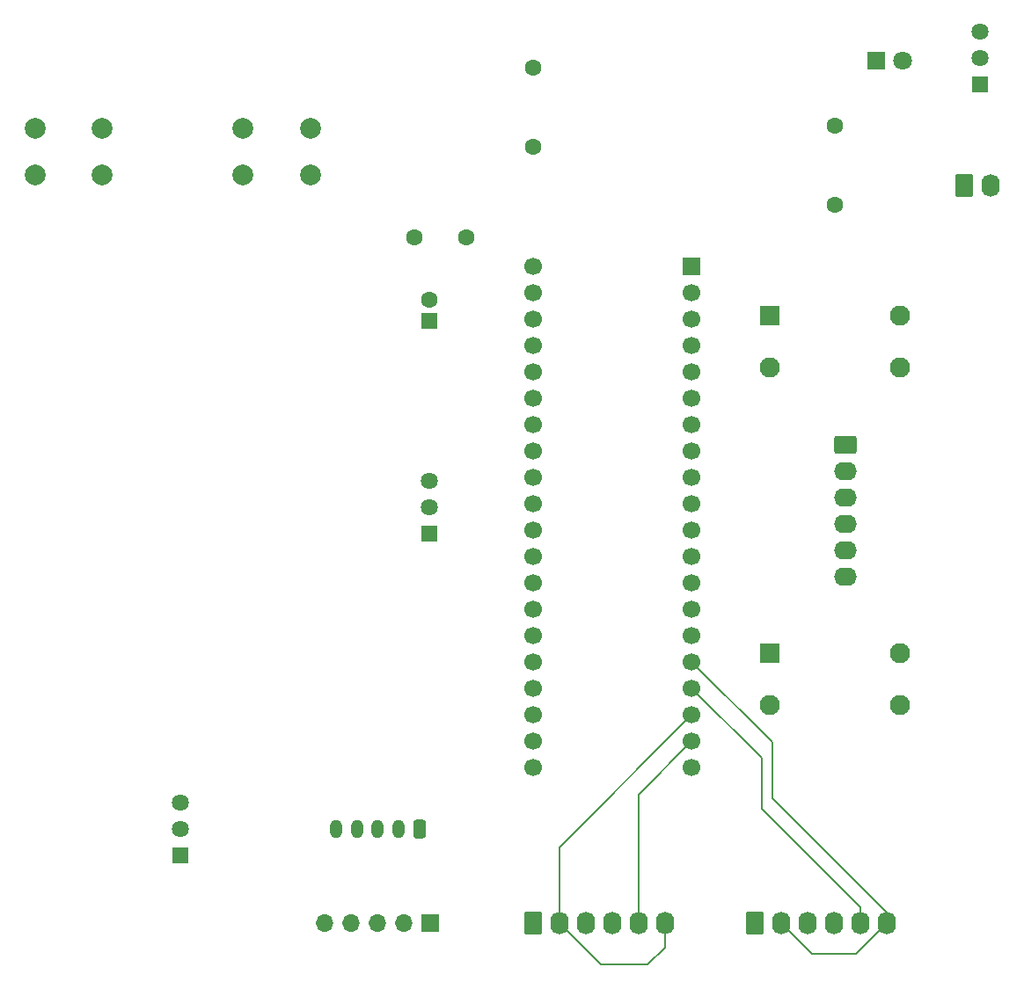
<source format=gtl>
%TF.GenerationSoftware,KiCad,Pcbnew,9.0.6*%
%TF.CreationDate,2025-12-09T15:58:13+01:00*%
%TF.ProjectId,STR500_v1,53545235-3030-45f7-9631-2e6b69636164,rev?*%
%TF.SameCoordinates,Original*%
%TF.FileFunction,Copper,L1,Top*%
%TF.FilePolarity,Positive*%
%FSLAX46Y46*%
G04 Gerber Fmt 4.6, Leading zero omitted, Abs format (unit mm)*
G04 Created by KiCad (PCBNEW 9.0.6) date 2025-12-09 15:58:13*
%MOMM*%
%LPD*%
G01*
G04 APERTURE LIST*
G04 Aperture macros list*
%AMRoundRect*
0 Rectangle with rounded corners*
0 $1 Rounding radius*
0 $2 $3 $4 $5 $6 $7 $8 $9 X,Y pos of 4 corners*
0 Add a 4 corners polygon primitive as box body*
4,1,4,$2,$3,$4,$5,$6,$7,$8,$9,$2,$3,0*
0 Add four circle primitives for the rounded corners*
1,1,$1+$1,$2,$3*
1,1,$1+$1,$4,$5*
1,1,$1+$1,$6,$7*
1,1,$1+$1,$8,$9*
0 Add four rect primitives between the rounded corners*
20,1,$1+$1,$2,$3,$4,$5,0*
20,1,$1+$1,$4,$5,$6,$7,0*
20,1,$1+$1,$6,$7,$8,$9,0*
20,1,$1+$1,$8,$9,$2,$3,0*%
G04 Aperture macros list end*
%TA.AperFunction,ComponentPad*%
%ADD10C,1.600000*%
%TD*%
%TA.AperFunction,ComponentPad*%
%ADD11O,1.740000X2.190000*%
%TD*%
%TA.AperFunction,ComponentPad*%
%ADD12RoundRect,0.250000X-0.620000X-0.845000X0.620000X-0.845000X0.620000X0.845000X-0.620000X0.845000X0*%
%TD*%
%TA.AperFunction,ComponentPad*%
%ADD13C,1.635000*%
%TD*%
%TA.AperFunction,ComponentPad*%
%ADD14R,1.635000X1.635000*%
%TD*%
%TA.AperFunction,ComponentPad*%
%ADD15R,1.950000X1.950000*%
%TD*%
%TA.AperFunction,ComponentPad*%
%ADD16C,1.950000*%
%TD*%
%TA.AperFunction,ComponentPad*%
%ADD17C,2.000000*%
%TD*%
%TA.AperFunction,ComponentPad*%
%ADD18C,1.800000*%
%TD*%
%TA.AperFunction,ComponentPad*%
%ADD19R,1.800000X1.800000*%
%TD*%
%TA.AperFunction,ComponentPad*%
%ADD20R,1.700000X1.700000*%
%TD*%
%TA.AperFunction,ComponentPad*%
%ADD21RoundRect,0.250000X0.350000X0.650000X-0.350000X0.650000X-0.350000X-0.650000X0.350000X-0.650000X0*%
%TD*%
%TA.AperFunction,ComponentPad*%
%ADD22O,1.700000X1.700000*%
%TD*%
%TA.AperFunction,ComponentPad*%
%ADD23O,1.200000X1.800000*%
%TD*%
%TA.AperFunction,ComponentPad*%
%ADD24RoundRect,0.250000X0.550000X-0.550000X0.550000X0.550000X-0.550000X0.550000X-0.550000X-0.550000X0*%
%TD*%
%TA.AperFunction,ComponentPad*%
%ADD25C,1.700000*%
%TD*%
%TA.AperFunction,ComponentPad*%
%ADD26RoundRect,0.250000X-0.845000X0.620000X-0.845000X-0.620000X0.845000X-0.620000X0.845000X0.620000X0*%
%TD*%
%TA.AperFunction,ComponentPad*%
%ADD27O,2.190000X1.740000*%
%TD*%
%TA.AperFunction,Conductor*%
%ADD28C,0.200000*%
%TD*%
G04 APERTURE END LIST*
D10*
%TO.P,C2,1*%
%TO.N,+5V*%
X107500000Y-62000000D03*
%TO.P,C2,2*%
%TO.N,GND*%
X112500000Y-62000000D03*
%TD*%
D11*
%TO.P,J8,TN2*%
%TO.N,/inL*%
X153000000Y-128000000D03*
%TO.P,J8,TN1*%
%TO.N,unconnected-(J8-PadTN1)*%
X145380000Y-128000000D03*
%TO.P,J8,T2*%
%TO.N,/inR*%
X150460000Y-128000000D03*
%TO.P,J8,T1*%
%TO.N,/inL*%
X142840000Y-128000000D03*
%TO.P,J8,S2*%
%TO.N,GND*%
X147920000Y-128000000D03*
D12*
%TO.P,J8,S1*%
X140300000Y-128000000D03*
%TD*%
D11*
%TO.P,J10,TN2*%
%TO.N,/outL*%
X131620000Y-128000000D03*
%TO.P,J10,TN1*%
%TO.N,unconnected-(J10-PadTN1)*%
X124000000Y-128000000D03*
%TO.P,J10,T2*%
%TO.N,/outR*%
X129080000Y-128000000D03*
%TO.P,J10,T1*%
%TO.N,/outL*%
X121460000Y-128000000D03*
%TO.P,J10,S2*%
%TO.N,GND*%
X126540000Y-128000000D03*
D12*
%TO.P,J10,S1*%
X118920000Y-128000000D03*
%TD*%
D13*
%TO.P,SW1,3*%
%TO.N,N/C*%
X109000000Y-85460000D03*
%TO.P,SW1,2,B*%
%TO.N,/Sw1*%
X109000000Y-88000000D03*
D14*
%TO.P,SW1,1,A*%
%TO.N,GND*%
X109000000Y-90540000D03*
%TD*%
D13*
%TO.P,SW2,3*%
%TO.N,N/C*%
X162000000Y-42155000D03*
%TO.P,SW2,2,B*%
%TO.N,Net-(D1-A)*%
X162000000Y-44695000D03*
D14*
%TO.P,SW2,1,A*%
%TO.N,Net-(SW2-A)*%
X162000000Y-47235000D03*
%TD*%
D13*
%TO.P,SW3,3*%
%TO.N,N/C*%
X85000000Y-116460000D03*
%TO.P,SW3,2,B*%
%TO.N,/Sw2*%
X85000000Y-119000000D03*
D14*
%TO.P,SW3,1,A*%
%TO.N,GND*%
X85000000Y-121540000D03*
%TD*%
D15*
%TO.P,BT4,1,A*%
%TO.N,GND*%
X141750000Y-102000000D03*
D16*
X154250000Y-102000000D03*
%TO.P,BT4,2,B*%
%TO.N,Net-(BT4-B)*%
X141750000Y-107000000D03*
X154250000Y-107000000D03*
%TD*%
D15*
%TO.P,BT2,1,A*%
%TO.N,GND*%
X141750000Y-69500000D03*
D16*
X154250000Y-69500000D03*
%TO.P,BT2,2,B*%
%TO.N,Net-(BT2-B)*%
X141750000Y-74500000D03*
X154250000Y-74500000D03*
%TD*%
D17*
%TO.P,BT3,1,A*%
%TO.N,GND*%
X91000000Y-51500000D03*
X97500000Y-51500000D03*
%TO.P,BT3,2,B*%
%TO.N,/BT2*%
X91000000Y-56000000D03*
X97500000Y-56000000D03*
%TD*%
%TO.P,BT1,1,A*%
%TO.N,GND*%
X71000000Y-51500000D03*
X77500000Y-51500000D03*
%TO.P,BT1,2,B*%
%TO.N,/BT1*%
X71000000Y-56000000D03*
X77500000Y-56000000D03*
%TD*%
D18*
%TO.P,LED1,2,A*%
%TO.N,Net-(LED1-A)*%
X154540000Y-45000000D03*
D19*
%TO.P,LED1,1,K*%
%TO.N,GND*%
X152000000Y-45000000D03*
%TD*%
D20*
%TO.P,GameTrak1,1,1*%
%TO.N,GND*%
X109080000Y-128000000D03*
D21*
X108000000Y-119000000D03*
D22*
%TO.P,GameTrak1,2,2*%
%TO.N,/Pot0*%
X106540000Y-128000000D03*
D23*
X106000000Y-119000000D03*
%TO.P,GameTrak1,3,3*%
%TO.N,/Pot1*%
X104000000Y-119000000D03*
D22*
X104000000Y-128000000D03*
D23*
%TO.P,GameTrak1,4,4*%
%TO.N,/Pot2*%
X102000000Y-119000000D03*
D22*
X101460000Y-128000000D03*
D23*
%TO.P,GameTrak1,5,5*%
%TO.N,+3.3V*%
X100000000Y-119000000D03*
D22*
X98920000Y-128000000D03*
%TD*%
D10*
%TO.P,C1,2*%
%TO.N,GND*%
X109000000Y-68000000D03*
D24*
%TO.P,C1,1*%
%TO.N,+5V*%
X109000000Y-70000000D03*
%TD*%
D10*
%TO.P,R1,1*%
%TO.N,Net-(LED1-A)*%
X148000000Y-51190000D03*
%TO.P,R1,2*%
%TO.N,/LED*%
X148000000Y-58810000D03*
%TD*%
D20*
%TO.P,A1,1,USB_ID*%
%TO.N,unconnected-(A1-USB_ID-Pad1)*%
X134240000Y-64740000D03*
D25*
%TO.P,A1,2,SD_DATA_3*%
%TO.N,/Sw1*%
X134240000Y-67280000D03*
%TO.P,A1,3,SD_DATA_2*%
%TO.N,/Sw2*%
X134240000Y-69820000D03*
%TO.P,A1,4,SD_DATA_1*%
%TO.N,/BT1*%
X134240000Y-72360000D03*
%TO.P,A1,5,SD_DATA_0*%
%TO.N,/BT2*%
X134240000Y-74900000D03*
%TO.P,A1,6,SD_CMD*%
%TO.N,/BT3*%
X134240000Y-77440000D03*
%TO.P,A1,7,SD_CLK*%
%TO.N,/BT4*%
X134240000Y-79980000D03*
%TO.P,A1,8,SPI1_CS*%
%TO.N,unconnected-(A1-SPI1_CS-Pad8)*%
X134240000Y-82520000D03*
%TO.P,A1,9,SPI1_SCK*%
%TO.N,unconnected-(A1-SPI1_SCK-Pad9)*%
X134240000Y-85060000D03*
%TO.P,A1,10,SPI1_POCI*%
%TO.N,unconnected-(A1-SPI1_POCI-Pad10)*%
X134240000Y-87600000D03*
%TO.P,A1,11,SPI1_PICO*%
%TO.N,unconnected-(A1-SPI1_PICO-Pad11)*%
X134240000Y-90140000D03*
%TO.P,A1,12,I2C1_SCL*%
%TO.N,/LED*%
X134240000Y-92680000D03*
%TO.P,A1,13,I2C1_SDA*%
%TO.N,unconnected-(A1-I2C1_SDA-Pad13)*%
X134240000Y-95220000D03*
%TO.P,A1,14,USART1_TX*%
%TO.N,unconnected-(A1-USART1_TX-Pad14)*%
X134240000Y-97760000D03*
%TO.P,A1,15,USART1_RX*%
%TO.N,unconnected-(A1-USART1_RX-Pad15)*%
X134240000Y-100300000D03*
%TO.P,A1,16,AUDIO_IN_1*%
%TO.N,/inL*%
X134240000Y-102840000D03*
%TO.P,A1,17,AUDIO_IN_2*%
%TO.N,/inR*%
X134240000Y-105380000D03*
%TO.P,A1,18,AUDIO_OUT_1*%
%TO.N,/outL*%
X134240000Y-107920000D03*
%TO.P,A1,19,AUDIO_OUT_2*%
%TO.N,/outR*%
X134240000Y-110460000D03*
%TO.P,A1,20,AGND*%
%TO.N,GND*%
X134240000Y-113000000D03*
%TO.P,A1,21,3V3_A*%
%TO.N,+3.3V*%
X119000000Y-113000000D03*
%TO.P,A1,22,ADC_0*%
%TO.N,/Pot0*%
X119000000Y-110460000D03*
%TO.P,A1,23,ADC_1*%
%TO.N,/Pot1*%
X119000000Y-107920000D03*
%TO.P,A1,24,ADC_2*%
%TO.N,/Pot2*%
X119000000Y-105380000D03*
%TO.P,A1,25,ADC_3*%
%TO.N,unconnected-(A1-ADC_3-Pad25)*%
X119000000Y-102840000D03*
%TO.P,A1,26,ADC_4*%
%TO.N,unconnected-(A1-ADC_4-Pad26)*%
X119000000Y-100300000D03*
%TO.P,A1,27,ADC_5*%
%TO.N,unconnected-(A1-ADC_5-Pad27)*%
X119000000Y-97760000D03*
%TO.P,A1,28,ADC_6*%
%TO.N,unconnected-(A1-ADC_6-Pad28)*%
X119000000Y-95220000D03*
%TO.P,A1,29,DAC_OUT2*%
%TO.N,unconnected-(A1-DAC_OUT2-Pad29)*%
X119000000Y-92680000D03*
%TO.P,A1,30,DAC_OUT1*%
%TO.N,unconnected-(A1-DAC_OUT1-Pad30)*%
X119000000Y-90140000D03*
%TO.P,A1,31,SAI2_MCLK*%
%TO.N,unconnected-(A1-SAI2_MCLK-Pad31)*%
X119000000Y-87600000D03*
%TO.P,A1,32,SAI2_SD_B*%
%TO.N,unconnected-(A1-SAI2_SD_B-Pad32)*%
X119000000Y-85060000D03*
%TO.P,A1,33,SAI2_SD_A*%
%TO.N,unconnected-(A1-SAI2_SD_A-Pad33)*%
X119000000Y-82520000D03*
%TO.P,A1,34,SAI2_FS*%
%TO.N,unconnected-(A1-SAI2_FS-Pad34)*%
X119000000Y-79980000D03*
%TO.P,A1,35,SAI2_SCK*%
%TO.N,unconnected-(A1-SAI2_SCK-Pad35)*%
X119000000Y-77440000D03*
%TO.P,A1,36,USB_D_-*%
%TO.N,unconnected-(A1-USB_D_--Pad36)*%
X119000000Y-74900000D03*
%TO.P,A1,37,USB_D_+*%
%TO.N,unconnected-(A1-USB_D_+-Pad37)*%
X119000000Y-72360000D03*
%TO.P,A1,38,3V3_D*%
%TO.N,unconnected-(A1-3V3_D-Pad38)*%
X119000000Y-69820000D03*
%TO.P,A1,39,VIN*%
%TO.N,+5V*%
X119000000Y-67280000D03*
%TO.P,A1,40,DGND*%
%TO.N,GND*%
X119000000Y-64740000D03*
%TD*%
D12*
%TO.P,J1,1*%
%TO.N,Net-(SW2-A)*%
X160460000Y-57000000D03*
D11*
%TO.P,J1,2*%
%TO.N,GND*%
X163000000Y-57000000D03*
%TD*%
D10*
%TO.P,D1,1,K*%
%TO.N,+5V*%
X118971384Y-53296032D03*
%TO.P,D1,2,A*%
%TO.N,Net-(D1-A)*%
X118971384Y-45676032D03*
%TD*%
D26*
%TO.P,J9,S1*%
%TO.N,GND*%
X149000000Y-82000000D03*
D27*
%TO.P,J9,S2*%
X149000000Y-89620000D03*
%TO.P,J9,T1*%
%TO.N,/BT3*%
X149000000Y-84540000D03*
%TO.P,J9,T2*%
%TO.N,/BT4*%
X149000000Y-92160000D03*
%TO.P,J9,TN1*%
%TO.N,Net-(BT2-B)*%
X149000000Y-87080000D03*
%TO.P,J9,TN2*%
%TO.N,Net-(BT4-B)*%
X149000000Y-94700000D03*
%TD*%
D28*
%TO.N,/inL*%
X142840000Y-128000000D02*
X145840000Y-131000000D01*
X145840000Y-131000000D02*
X150000000Y-131000000D01*
X150000000Y-131000000D02*
X153000000Y-128000000D01*
X153000000Y-127000000D02*
X142000000Y-116000000D01*
X153000000Y-128000000D02*
X153000000Y-127000000D01*
X142000000Y-110600000D02*
X134240000Y-102840000D01*
X142000000Y-116000000D02*
X142000000Y-110600000D01*
%TO.N,/inR*%
X150460000Y-126460000D02*
X141000000Y-117000000D01*
X150460000Y-128000000D02*
X150460000Y-126460000D01*
X141000000Y-112140000D02*
X134240000Y-105380000D01*
X141000000Y-117000000D02*
X141000000Y-112140000D01*
%TO.N,/outL*%
X121460000Y-128000000D02*
X121460000Y-120700000D01*
X121460000Y-120700000D02*
X134240000Y-107920000D01*
X131620000Y-130380000D02*
X130000000Y-132000000D01*
X131620000Y-128000000D02*
X131620000Y-130380000D01*
X130000000Y-132000000D02*
X125460000Y-132000000D01*
X125460000Y-132000000D02*
X121460000Y-128000000D01*
%TO.N,/outR*%
X129080000Y-128000000D02*
X129080000Y-115620000D01*
X129080000Y-115620000D02*
X134240000Y-110460000D01*
%TD*%
M02*

</source>
